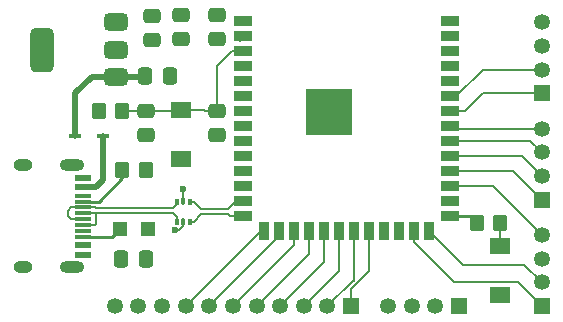
<source format=gbr>
%TF.GenerationSoftware,KiCad,Pcbnew,9.0.1*%
%TF.CreationDate,2025-07-10T19:48:23+10:00*%
%TF.ProjectId,esp-32-s3-wroom-1,6573702d-3332-42d7-9333-2d77726f6f6d,rev?*%
%TF.SameCoordinates,Original*%
%TF.FileFunction,Copper,L1,Top*%
%TF.FilePolarity,Positive*%
%FSLAX46Y46*%
G04 Gerber Fmt 4.6, Leading zero omitted, Abs format (unit mm)*
G04 Created by KiCad (PCBNEW 9.0.1) date 2025-07-10 19:48:23*
%MOMM*%
%LPD*%
G01*
G04 APERTURE LIST*
G04 Aperture macros list*
%AMRoundRect*
0 Rectangle with rounded corners*
0 $1 Rounding radius*
0 $2 $3 $4 $5 $6 $7 $8 $9 X,Y pos of 4 corners*
0 Add a 4 corners polygon primitive as box body*
4,1,4,$2,$3,$4,$5,$6,$7,$8,$9,$2,$3,0*
0 Add four circle primitives for the rounded corners*
1,1,$1+$1,$2,$3*
1,1,$1+$1,$4,$5*
1,1,$1+$1,$6,$7*
1,1,$1+$1,$8,$9*
0 Add four rect primitives between the rounded corners*
20,1,$1+$1,$2,$3,$4,$5,0*
20,1,$1+$1,$4,$5,$6,$7,0*
20,1,$1+$1,$6,$7,$8,$9,0*
20,1,$1+$1,$8,$9,$2,$3,0*%
G04 Aperture macros list end*
%TA.AperFunction,HeatsinkPad*%
%ADD10O,1.600000X1.000000*%
%TD*%
%TA.AperFunction,HeatsinkPad*%
%ADD11O,2.100000X1.000000*%
%TD*%
%TA.AperFunction,SMDPad,CuDef*%
%ADD12R,1.450000X0.600000*%
%TD*%
%TA.AperFunction,SMDPad,CuDef*%
%ADD13R,1.450000X0.300000*%
%TD*%
%TA.AperFunction,HeatsinkPad*%
%ADD14C,0.600000*%
%TD*%
%TA.AperFunction,HeatsinkPad*%
%ADD15R,3.900000X3.900000*%
%TD*%
%TA.AperFunction,SMDPad,CuDef*%
%ADD16R,1.500000X0.900000*%
%TD*%
%TA.AperFunction,SMDPad,CuDef*%
%ADD17R,0.900000X1.500000*%
%TD*%
%TA.AperFunction,SMDPad,CuDef*%
%ADD18RoundRect,0.250000X-0.475000X0.337500X-0.475000X-0.337500X0.475000X-0.337500X0.475000X0.337500X0*%
%TD*%
%TA.AperFunction,ComponentPad*%
%ADD19R,1.350000X1.350000*%
%TD*%
%TA.AperFunction,ComponentPad*%
%ADD20C,1.350000*%
%TD*%
%TA.AperFunction,SMDPad,CuDef*%
%ADD21R,1.040000X0.460000*%
%TD*%
%TA.AperFunction,SMDPad,CuDef*%
%ADD22RoundRect,0.250000X0.337500X0.475000X-0.337500X0.475000X-0.337500X-0.475000X0.337500X-0.475000X0*%
%TD*%
%TA.AperFunction,SMDPad,CuDef*%
%ADD23RoundRect,0.250000X0.350000X0.450000X-0.350000X0.450000X-0.350000X-0.450000X0.350000X-0.450000X0*%
%TD*%
%TA.AperFunction,SMDPad,CuDef*%
%ADD24R,1.800000X1.350000*%
%TD*%
%TA.AperFunction,SMDPad,CuDef*%
%ADD25R,1.150000X1.150000*%
%TD*%
%TA.AperFunction,SMDPad,CuDef*%
%ADD26RoundRect,0.250000X-0.350000X-0.450000X0.350000X-0.450000X0.350000X0.450000X-0.350000X0.450000X0*%
%TD*%
%TA.AperFunction,SMDPad,CuDef*%
%ADD27RoundRect,0.375000X0.625000X0.375000X-0.625000X0.375000X-0.625000X-0.375000X0.625000X-0.375000X0*%
%TD*%
%TA.AperFunction,SMDPad,CuDef*%
%ADD28RoundRect,0.500000X0.500000X1.400000X-0.500000X1.400000X-0.500000X-1.400000X0.500000X-1.400000X0*%
%TD*%
%TA.AperFunction,SMDPad,CuDef*%
%ADD29RoundRect,0.093750X-0.093750X0.156250X-0.093750X-0.156250X0.093750X-0.156250X0.093750X0.156250X0*%
%TD*%
%TA.AperFunction,SMDPad,CuDef*%
%ADD30RoundRect,0.075000X-0.075000X0.250000X-0.075000X-0.250000X0.075000X-0.250000X0.075000X0.250000X0*%
%TD*%
%TA.AperFunction,ViaPad*%
%ADD31C,0.600000*%
%TD*%
%TA.AperFunction,Conductor*%
%ADD32C,0.200000*%
%TD*%
%TA.AperFunction,Conductor*%
%ADD33C,0.500000*%
%TD*%
%TA.AperFunction,Conductor*%
%ADD34C,0.250000*%
%TD*%
G04 APERTURE END LIST*
D10*
%TO.P,J1,S1,SHIELD*%
%TO.N,GND*%
X106082857Y-94236371D03*
D11*
X110262857Y-94236371D03*
D10*
X106082857Y-85596371D03*
D11*
X110262857Y-85596371D03*
D12*
%TO.P,J1,B12,GND*%
X111177857Y-86666371D03*
%TO.P,J1,B9,VBUS*%
%TO.N,/VBUS*%
X111177857Y-87466371D03*
D13*
%TO.P,J1,B8,SBU2*%
%TO.N,unconnected-(J1-SBU2-PadB8)*%
X111177857Y-88166371D03*
%TO.P,J1,B7,D-*%
%TO.N,/D_N*%
X111177857Y-89166371D03*
%TO.P,J1,B6,D+*%
%TO.N,/D_P*%
X111177857Y-90666371D03*
%TO.P,J1,B5,CC2*%
%TO.N,Net-(J1-CC2)*%
X111177857Y-91666371D03*
D12*
%TO.P,J1,B4,VBUS*%
%TO.N,/VBUS*%
X111177857Y-92366371D03*
%TO.P,J1,B1,GND*%
%TO.N,GND*%
X111177857Y-93166371D03*
%TO.P,J1,A12,GND*%
X111177857Y-93166371D03*
%TO.P,J1,A9,VBUS*%
%TO.N,/VBUS*%
X111177857Y-92366371D03*
D13*
%TO.P,J1,A8,SBU1*%
%TO.N,unconnected-(J1-SBU1-PadA8)*%
X111177857Y-91166371D03*
%TO.P,J1,A7,D-*%
%TO.N,/D_N*%
X111177857Y-90166371D03*
%TO.P,J1,A6,D+*%
%TO.N,/D_P*%
X111177857Y-89666371D03*
%TO.P,J1,A5,CC1*%
%TO.N,Net-(J1-CC1)*%
X111177857Y-88666371D03*
D12*
%TO.P,J1,A4,VBUS*%
%TO.N,/VBUS*%
X111177857Y-87466371D03*
%TO.P,J1,A1,GND*%
%TO.N,GND*%
X111177857Y-86666371D03*
%TD*%
D14*
%TO.P,U1,41,GND*%
%TO.N,GND*%
X133400000Y-81810000D03*
X133400000Y-80410000D03*
X132700000Y-82510000D03*
X132700000Y-81110000D03*
X132700000Y-79710000D03*
X132000000Y-81810000D03*
D15*
X132000000Y-81110000D03*
D14*
X132000000Y-80410000D03*
X131300000Y-82510000D03*
X131300000Y-81110000D03*
X131300000Y-79710000D03*
X130600000Y-81810000D03*
X130600000Y-80410000D03*
D16*
%TO.P,U1,40,GND*%
X142250000Y-73390000D03*
%TO.P,U1,39,IO1*%
%TO.N,/IO1*%
X142250000Y-74660000D03*
%TO.P,U1,38,IO2*%
%TO.N,/IO2*%
X142250000Y-75930000D03*
%TO.P,U1,37,TXD0*%
%TO.N,unconnected-(U1-TXD0-Pad37)*%
X142250000Y-77200000D03*
%TO.P,U1,36,RXD0*%
%TO.N,unconnected-(U1-RXD0-Pad36)*%
X142250000Y-78470000D03*
%TO.P,U1,35,IO42*%
%TO.N,/IO42*%
X142250000Y-79740000D03*
%TO.P,U1,34,IO41*%
%TO.N,/IO41*%
X142250000Y-81010000D03*
%TO.P,U1,33,IO40*%
%TO.N,/IO40*%
X142250000Y-82280000D03*
%TO.P,U1,32,IO39*%
%TO.N,/IO39*%
X142250000Y-83550000D03*
%TO.P,U1,31,IO38*%
%TO.N,/IO38*%
X142250000Y-84820000D03*
%TO.P,U1,30,IO37*%
%TO.N,/IO37*%
X142250000Y-86090000D03*
%TO.P,U1,29,IO36*%
%TO.N,/IO36*%
X142250000Y-87360000D03*
%TO.P,U1,28,IO35*%
%TO.N,/IO35*%
X142250000Y-88630000D03*
%TO.P,U1,27,IO0*%
%TO.N,/BOOT*%
X142250000Y-89900000D03*
D17*
%TO.P,U1,26,IO45*%
%TO.N,/IO45*%
X140485000Y-91150000D03*
%TO.P,U1,25,IO48*%
%TO.N,/IO48*%
X139215000Y-91150000D03*
%TO.P,U1,24,IO47*%
%TO.N,unconnected-(U1-IO47-Pad24)*%
X137945000Y-91150000D03*
%TO.P,U1,23,IO21*%
%TO.N,unconnected-(U1-IO21-Pad23)*%
X136675000Y-91150000D03*
%TO.P,U1,22,IO14*%
%TO.N,/IO14*%
X135405000Y-91150000D03*
%TO.P,U1,21,IO13*%
%TO.N,/IO13*%
X134135000Y-91150000D03*
%TO.P,U1,20,IO12*%
%TO.N,/IO12*%
X132865000Y-91150000D03*
%TO.P,U1,19,IO11*%
%TO.N,/IO11*%
X131595000Y-91150000D03*
%TO.P,U1,18,IO10*%
%TO.N,/IO10*%
X130325000Y-91150000D03*
%TO.P,U1,17,IO9*%
%TO.N,/IO9*%
X129055000Y-91150000D03*
%TO.P,U1,16,IO46*%
%TO.N,/IO46*%
X127785000Y-91150000D03*
%TO.P,U1,15,IO3*%
%TO.N,/IO3*%
X126515000Y-91150000D03*
D16*
%TO.P,U1,14,USB_D+*%
%TO.N,/D+*%
X124750000Y-89900000D03*
%TO.P,U1,13,USB_D-*%
%TO.N,/D-*%
X124750000Y-88630000D03*
%TO.P,U1,12,IO8*%
%TO.N,/IO8*%
X124750000Y-87360000D03*
%TO.P,U1,11,IO18*%
%TO.N,/SDA*%
X124750000Y-86090000D03*
%TO.P,U1,10,IO17*%
%TO.N,/SCL*%
X124750000Y-84820000D03*
%TO.P,U1,9,IO16*%
%TO.N,/IO16*%
X124750000Y-83550000D03*
%TO.P,U1,8,IO15*%
%TO.N,/IO15*%
X124750000Y-82280000D03*
%TO.P,U1,7,IO7*%
%TO.N,/IO7*%
X124750000Y-81010000D03*
%TO.P,U1,6,IO6*%
%TO.N,/IO6*%
X124750000Y-79740000D03*
%TO.P,U1,5,IO5*%
%TO.N,/IO5*%
X124750000Y-78470000D03*
%TO.P,U1,4,IO4*%
%TO.N,/IO4*%
X124750000Y-77200000D03*
%TO.P,U1,3,EN*%
%TO.N,/EN*%
X124750000Y-75930000D03*
%TO.P,U1,2,3V3*%
%TO.N,+3.3V*%
X124750000Y-74660000D03*
%TO.P,U1,1,GND*%
%TO.N,GND*%
X124750000Y-73390000D03*
%TD*%
D18*
%TO.P,C1,2*%
%TO.N,+3.3V*%
X119500000Y-74925500D03*
%TO.P,C1,1*%
%TO.N,GND*%
X119500000Y-72850500D03*
%TD*%
%TO.P,C3,2*%
%TO.N,+3.3V*%
X122500000Y-74925500D03*
%TO.P,C3,1*%
%TO.N,GND*%
X122500000Y-72850500D03*
%TD*%
D19*
%TO.P,J2,1,Pin_1*%
%TO.N,+3.3V*%
X143000000Y-97500000D03*
D20*
%TO.P,J2,2,Pin_2*%
%TO.N,GND*%
X141000000Y-97500000D03*
%TO.P,J2,3,Pin_3*%
%TO.N,/SCL*%
X139000000Y-97500000D03*
%TO.P,J2,4,Pin_4*%
%TO.N,/SDA*%
X137000000Y-97500000D03*
%TD*%
D21*
%TO.P,D1,A*%
%TO.N,/VBUS*%
X112887500Y-83130000D03*
%TO.P,D1,C*%
%TO.N,+5V*%
X110507500Y-83130000D03*
%TD*%
D22*
%TO.P,C2,1*%
%TO.N,GND*%
X118537500Y-78000000D03*
%TO.P,C2,2*%
%TO.N,+5V*%
X116462500Y-78000000D03*
%TD*%
D18*
%TO.P,C5,1*%
%TO.N,/EN*%
X122500000Y-80962500D03*
%TO.P,C5,2*%
%TO.N,GND*%
X122500000Y-83037500D03*
%TD*%
D19*
%TO.P,J7,1,Pin_1*%
%TO.N,/IO14*%
X133870000Y-97540000D03*
D20*
%TO.P,J7,2,Pin_2*%
%TO.N,/IO13*%
X131870000Y-97540000D03*
%TO.P,J7,3,Pin_3*%
%TO.N,/IO12*%
X129870000Y-97540000D03*
%TO.P,J7,4,Pin_4*%
%TO.N,/IO11*%
X127870000Y-97540000D03*
%TO.P,J7,5,Pin_5*%
%TO.N,/IO10*%
X125870000Y-97540000D03*
%TO.P,J7,6,Pin_6*%
%TO.N,/IO9*%
X123870000Y-97540000D03*
%TO.P,J7,7,Pin_7*%
%TO.N,/IO46*%
X121870000Y-97540000D03*
%TO.P,J7,8,Pin_8*%
%TO.N,/IO3*%
X119870000Y-97540000D03*
%TO.P,J7,9,Pin_9*%
%TO.N,/IO8*%
X117870000Y-97540000D03*
%TO.P,J7,10,Pin_10*%
%TO.N,/IO16*%
X115870000Y-97540000D03*
%TO.P,J7,11,Pin_11*%
%TO.N,/IO15*%
X113870000Y-97540000D03*
%TD*%
D23*
%TO.P,R5,1*%
%TO.N,/EN*%
X114500000Y-81000000D03*
%TO.P,R5,2*%
%TO.N,+3.3V*%
X112500000Y-81000000D03*
%TD*%
D24*
%TO.P,S1,1*%
%TO.N,/EN*%
X119500000Y-80925000D03*
%TO.P,S1,2*%
%TO.N,GND*%
X119500000Y-85075000D03*
%TD*%
%TO.P,S2,1*%
%TO.N,Net-(R2-Pad2)*%
X146500000Y-92425000D03*
%TO.P,S2,2*%
%TO.N,GND*%
X146500000Y-96575000D03*
%TD*%
D19*
%TO.P,J3,1,Pin_1*%
%TO.N,/IO48*%
X150000000Y-97500000D03*
D20*
%TO.P,J3,2,Pin_2*%
%TO.N,/IO45*%
X150000000Y-95500000D03*
%TO.P,J3,3,Pin_3*%
%TO.N,/IO35*%
X150000000Y-93500000D03*
%TO.P,J3,4,Pin_4*%
%TO.N,/IO36*%
X150000000Y-91500000D03*
%TD*%
D18*
%TO.P,C4,1*%
%TO.N,GND*%
X117000000Y-72925000D03*
%TO.P,C4,2*%
%TO.N,+3.3V*%
X117000000Y-75000000D03*
%TD*%
D22*
%TO.P,C6,1*%
%TO.N,GND*%
X116500000Y-93500000D03*
%TO.P,C6,2*%
%TO.N,/VBUS*%
X114425000Y-93500000D03*
%TD*%
D25*
%TO.P,R3,1*%
%TO.N,Net-(J1-CC2)*%
X114287500Y-91000000D03*
%TO.P,R3,2*%
%TO.N,GND*%
X116637500Y-91000000D03*
%TD*%
D26*
%TO.P,R2,1*%
%TO.N,/BOOT*%
X144500000Y-90500000D03*
%TO.P,R2,2*%
%TO.N,Net-(R2-Pad2)*%
X146500000Y-90500000D03*
%TD*%
D19*
%TO.P,J4,1,Pin_1*%
%TO.N,/IO37*%
X150000000Y-88500000D03*
D20*
%TO.P,J4,2,Pin_2*%
%TO.N,/IO38*%
X150000000Y-86500000D03*
%TO.P,J4,3,Pin_3*%
%TO.N,/IO39*%
X150000000Y-84500000D03*
%TO.P,J4,4,Pin_4*%
%TO.N,/IO40*%
X150000000Y-82500000D03*
%TD*%
D19*
%TO.P,J5,1,Pin_1*%
%TO.N,/IO41*%
X150000000Y-79500000D03*
D20*
%TO.P,J5,2,Pin_2*%
%TO.N,/IO42*%
X150000000Y-77500000D03*
%TO.P,J5,3,Pin_3*%
%TO.N,/IO5*%
X150000000Y-75500000D03*
%TO.P,J5,4,Pin_4*%
%TO.N,/IO4*%
X150000000Y-73500000D03*
%TD*%
D27*
%TO.P,U3,1,VI*%
%TO.N,+5V*%
X114000000Y-78100000D03*
%TO.P,U3,2,GND*%
%TO.N,GND*%
X114000000Y-75800000D03*
D28*
X107700000Y-75800000D03*
D27*
%TO.P,U3,3,VO*%
%TO.N,+3.3V*%
X114000000Y-73500000D03*
%TD*%
D18*
%TO.P,C7,1*%
%TO.N,/EN*%
X116500000Y-80962500D03*
%TO.P,C7,2*%
%TO.N,GND*%
X116500000Y-83037500D03*
%TD*%
D26*
%TO.P,R1,1*%
%TO.N,Net-(J1-CC1)*%
X114500000Y-86000000D03*
%TO.P,R1,2*%
%TO.N,GND*%
X116500000Y-86000000D03*
%TD*%
D29*
%TO.P,U2,1,I/O1*%
%TO.N,/D-*%
X120197500Y-88665000D03*
D30*
%TO.P,U2,2,GND*%
%TO.N,GND*%
X119660000Y-88590000D03*
D29*
%TO.P,U2,3,I/O2*%
%TO.N,/D_N*%
X119122500Y-88665000D03*
%TO.P,U2,4,I/O2*%
%TO.N,/D_P*%
X119122500Y-90365000D03*
D30*
%TO.P,U2,5,VBUS*%
%TO.N,/VBUS*%
X119660000Y-90440000D03*
D29*
%TO.P,U2,6,I/O1*%
%TO.N,/D+*%
X120197500Y-90365000D03*
%TD*%
D31*
%TO.N,GND*%
X118537500Y-78000000D03*
X119660000Y-87620000D03*
X146500000Y-96575000D03*
%TO.N,/SCL*%
X124750000Y-84820000D03*
%TO.N,/SDA*%
X124750000Y-86090000D03*
%TO.N,+3.3V*%
X112500000Y-81000000D03*
%TO.N,GND*%
X116500000Y-93500000D03*
%TO.N,/VBUS*%
X118963976Y-91111906D03*
%TO.N,GND*%
X116637500Y-91000000D03*
%TO.N,/VBUS*%
X114425000Y-93500000D03*
%TO.N,GND*%
X111177857Y-93166371D03*
%TO.N,/VBUS*%
X111177857Y-92366371D03*
%TO.N,GND*%
X111177857Y-86666371D03*
%TO.N,/VBUS*%
X111177857Y-87466371D03*
%TO.N,GND*%
X122500000Y-72850500D03*
X119500000Y-72850500D03*
X117000000Y-72962500D03*
%TO.N,/IO35*%
X142250000Y-88630000D03*
%TO.N,/IO5*%
X124750000Y-78470000D03*
%TO.N,/IO4*%
X124750000Y-77200000D03*
%TO.N,/IO8*%
X124750000Y-87360000D03*
%TO.N,/IO15*%
X124750000Y-82280000D03*
%TO.N,/IO16*%
X124750000Y-83550000D03*
%TO.N,GND*%
X142250000Y-73390000D03*
X122500000Y-83037500D03*
X116500000Y-86000000D03*
X116500000Y-83037500D03*
X119500000Y-85075000D03*
X124750000Y-73390000D03*
%TO.N,+3.3V*%
X124750000Y-74660000D03*
X122500000Y-74925500D03*
X119500000Y-74925500D03*
X117000000Y-75037500D03*
%TO.N,GND*%
X114000000Y-75800000D03*
X108200000Y-76300000D03*
X107200000Y-76300000D03*
X108200000Y-75300000D03*
X107200000Y-75300000D03*
%TO.N,+3.3V*%
X114000000Y-73500000D03*
%TD*%
D32*
%TO.N,GND*%
X119660000Y-88590000D02*
X119660000Y-87620000D01*
D33*
%TO.N,+5V*%
X116362500Y-78100000D02*
X116462500Y-78000000D01*
X114000000Y-78100000D02*
X116362500Y-78100000D01*
D32*
%TO.N,/EN*%
X119037500Y-80962500D02*
X116500000Y-80962500D01*
X122500000Y-80962500D02*
X121537500Y-80962500D01*
X124750000Y-75930000D02*
X123800000Y-75930000D01*
X121537500Y-80962500D02*
X121500000Y-80925000D01*
X121500000Y-80925000D02*
X119500000Y-80925000D01*
X122500000Y-77230000D02*
X122500000Y-80962500D01*
X116962500Y-81000000D02*
X117000000Y-80962500D01*
X119500000Y-80925000D02*
X119075000Y-80925000D01*
X119075000Y-80925000D02*
X119037500Y-80962500D01*
X116500000Y-80962500D02*
X114537500Y-80962500D01*
X114537500Y-80962500D02*
X114500000Y-81000000D01*
X123800000Y-75930000D02*
X122500000Y-77230000D01*
X119962500Y-80962500D02*
X120000000Y-80925000D01*
%TO.N,/D+*%
X121197501Y-89740000D02*
X123474998Y-89740000D01*
X123634998Y-89900000D02*
X124750000Y-89900000D01*
X120197500Y-90365000D02*
X120572501Y-90365000D01*
X123474998Y-89740000D02*
X123634998Y-89900000D01*
X124509099Y-89659099D02*
X124750000Y-89900000D01*
X120572501Y-90365000D02*
X121197501Y-89740000D01*
%TO.N,/D-*%
X124134998Y-88630000D02*
X124750000Y-88630000D01*
X120572501Y-88665000D02*
X121197501Y-89290000D01*
X121197501Y-89290000D02*
X123474998Y-89290000D01*
X120197500Y-88665000D02*
X120572501Y-88665000D01*
X123474998Y-89290000D02*
X124134998Y-88630000D01*
D34*
%TO.N,Net-(J1-CC1)*%
X114500000Y-86700000D02*
X112533629Y-88666371D01*
X114500000Y-86000000D02*
X114500000Y-86700000D01*
X112533629Y-88666371D02*
X111177857Y-88666371D01*
%TO.N,Net-(J1-CC2)*%
X113621129Y-91666371D02*
X114287500Y-91000000D01*
X111177857Y-91666371D02*
X113621129Y-91666371D01*
D32*
%TO.N,/IO37*%
X150000000Y-88500000D02*
X147590000Y-86090000D01*
X147590000Y-86090000D02*
X142250000Y-86090000D01*
%TO.N,/IO38*%
X148320000Y-84820000D02*
X142250000Y-84820000D01*
X150000000Y-86500000D02*
X148320000Y-84820000D01*
%TO.N,/IO36*%
X150000000Y-91500000D02*
X145860000Y-87360000D01*
X145860000Y-87360000D02*
X142250000Y-87360000D01*
%TO.N,/IO40*%
X142470000Y-82500000D02*
X142250000Y-82280000D01*
X150000000Y-82500000D02*
X142470000Y-82500000D01*
%TO.N,/IO42*%
X142760000Y-79740000D02*
X142250000Y-79740000D01*
X150000000Y-77500000D02*
X145000000Y-77500000D01*
X145000000Y-77500000D02*
X142760000Y-79740000D01*
D34*
X142510000Y-80000000D02*
X142250000Y-79740000D01*
D32*
%TO.N,/IO41*%
X150000000Y-79500000D02*
X145000000Y-79500000D01*
X143490000Y-81010000D02*
X142250000Y-81010000D01*
X145000000Y-79500000D02*
X143490000Y-81010000D01*
%TO.N,/IO39*%
X150000000Y-84500000D02*
X149050000Y-83550000D01*
X149050000Y-83550000D02*
X142250000Y-83550000D01*
D34*
%TO.N,Net-(R2-Pad2)*%
X146575000Y-90575000D02*
X146500000Y-90500000D01*
D32*
X146500000Y-90500000D02*
X146500000Y-92425000D01*
D34*
%TO.N,/BOOT*%
X142250000Y-89900000D02*
X143900000Y-89900000D01*
X143900000Y-89900000D02*
X144500000Y-90500000D01*
D32*
%TO.N,/IO45*%
X148500000Y-94000000D02*
X143335000Y-94000000D01*
X150000000Y-95500000D02*
X148500000Y-94000000D01*
X143335000Y-94000000D02*
X140485000Y-91150000D01*
%TO.N,/D_P*%
X111177857Y-89666371D02*
X112265358Y-89666371D01*
X118821371Y-89641371D02*
X119122500Y-89942500D01*
X112265358Y-89666371D02*
X112290358Y-89641371D01*
X119122500Y-89942500D02*
X119122500Y-90365000D01*
X112154857Y-90666371D02*
X112265358Y-90555870D01*
X112265358Y-90555870D02*
X112265358Y-89666371D01*
X111177857Y-90666371D02*
X112154857Y-90666371D01*
X112290358Y-89641371D02*
X118821371Y-89641371D01*
%TO.N,/D_N*%
X109940000Y-89905514D02*
X110200857Y-90166371D01*
X110200857Y-89166371D02*
X109940000Y-89427228D01*
X111177857Y-89166371D02*
X112265358Y-89166371D01*
X112290358Y-89191371D02*
X118818629Y-89191371D01*
X112265358Y-89166371D02*
X112290358Y-89191371D01*
X119122500Y-88887500D02*
X119122500Y-88665000D01*
X118818629Y-89191371D02*
X119122500Y-88887500D01*
X110200857Y-90166371D02*
X111177857Y-90166371D01*
X109940000Y-89427228D02*
X109940000Y-89905514D01*
X111177857Y-89166371D02*
X110200857Y-89166371D01*
%TO.N,/IO48*%
X142615000Y-95500000D02*
X139215000Y-92100000D01*
X150000000Y-97500000D02*
X148000000Y-95500000D01*
X139215000Y-92100000D02*
X139215000Y-91150000D01*
X148000000Y-95500000D02*
X142615000Y-95500000D01*
%TO.N,/IO9*%
X129055000Y-92355000D02*
X123870000Y-97540000D01*
X129055000Y-91150000D02*
X129055000Y-92355000D01*
%TO.N,/IO3*%
X126260000Y-91150000D02*
X119870000Y-97540000D01*
X126515000Y-91150000D02*
X126260000Y-91150000D01*
%TO.N,/IO12*%
X132865000Y-91150000D02*
X132865000Y-94545000D01*
X132865000Y-94545000D02*
X129870000Y-97540000D01*
D34*
%TO.N,/IO8*%
X124168000Y-87360000D02*
X124750000Y-87360000D01*
D32*
%TO.N,/IO10*%
X130325000Y-93085000D02*
X125870000Y-97540000D01*
X130325000Y-91150000D02*
X130325000Y-93085000D01*
%TO.N,/IO13*%
X134135000Y-95275000D02*
X131870000Y-97540000D01*
X134135000Y-95260000D02*
X134135000Y-95275000D01*
X134135000Y-91150000D02*
X134135000Y-95260000D01*
X134135000Y-95260000D02*
X134135000Y-95365000D01*
%TO.N,/IO14*%
X135405000Y-91150000D02*
X135405000Y-94565000D01*
X133870000Y-96100000D02*
X133870000Y-97540000D01*
X135405000Y-94565000D02*
X133870000Y-96100000D01*
%TO.N,/IO11*%
X131595000Y-93815000D02*
X127870000Y-97540000D01*
X131595000Y-91150000D02*
X131595000Y-93815000D01*
%TO.N,/IO46*%
X127785000Y-91150000D02*
X127785000Y-91715000D01*
X127785000Y-91625000D02*
X121870000Y-97540000D01*
X127785000Y-91150000D02*
X127785000Y-91625000D01*
D33*
%TO.N,+5V*%
X111900000Y-78100000D02*
X114000000Y-78100000D01*
X110507500Y-79492500D02*
X111900000Y-78100000D01*
X110507500Y-83130000D02*
X110507500Y-79492500D01*
D32*
%TO.N,/VBUS*%
X119660000Y-90440000D02*
X119660000Y-90764999D01*
X119660000Y-90764999D02*
X119313093Y-91111906D01*
X119313093Y-91111906D02*
X118963976Y-91111906D01*
D33*
X112887500Y-86883728D02*
X112887500Y-83130000D01*
X111177857Y-87466371D02*
X112304857Y-87466371D01*
X112304857Y-87466371D02*
X112887500Y-86883728D01*
%TO.N,+3.3V*%
X124484500Y-74925500D02*
X124750000Y-74660000D01*
X119425500Y-75000000D02*
X119500000Y-74925500D01*
%TD*%
M02*

</source>
